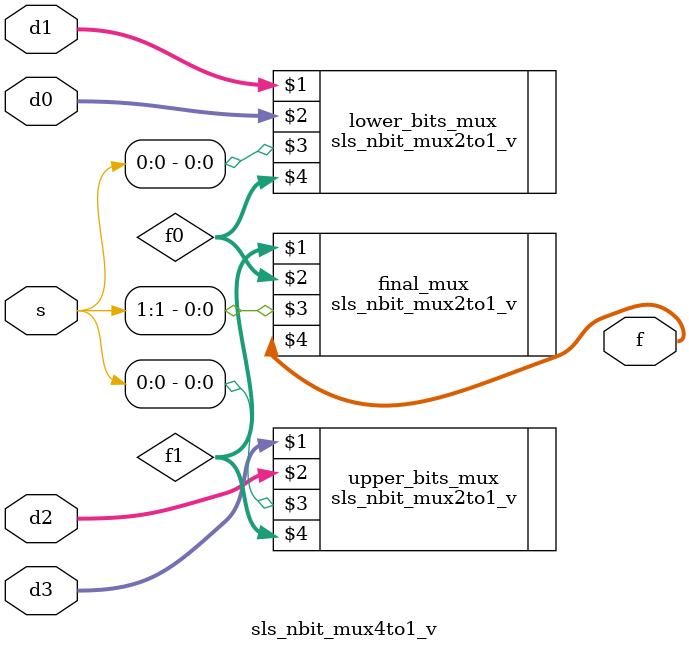
<source format=v>
module sls_nbit_mux4to1_v (d3, d2, d1, d0, s, f);
	parameter n = 8;
	input [n-1:0] d3, d2, d1, d0;
	input [1:0] s;
	output [n-1:0] f;
	wire [n-1:0] f1, f0;

	sls_nbit_mux2to1_v	lower_bits_mux (d1, d0, s[0], f0);
	sls_nbit_mux2to1_v	upper_bits_mux (d3, d2, s[0], f1);
	sls_nbit_mux2to1_v	final_mux (f1, f0, s[1], f);

endmodule
</source>
